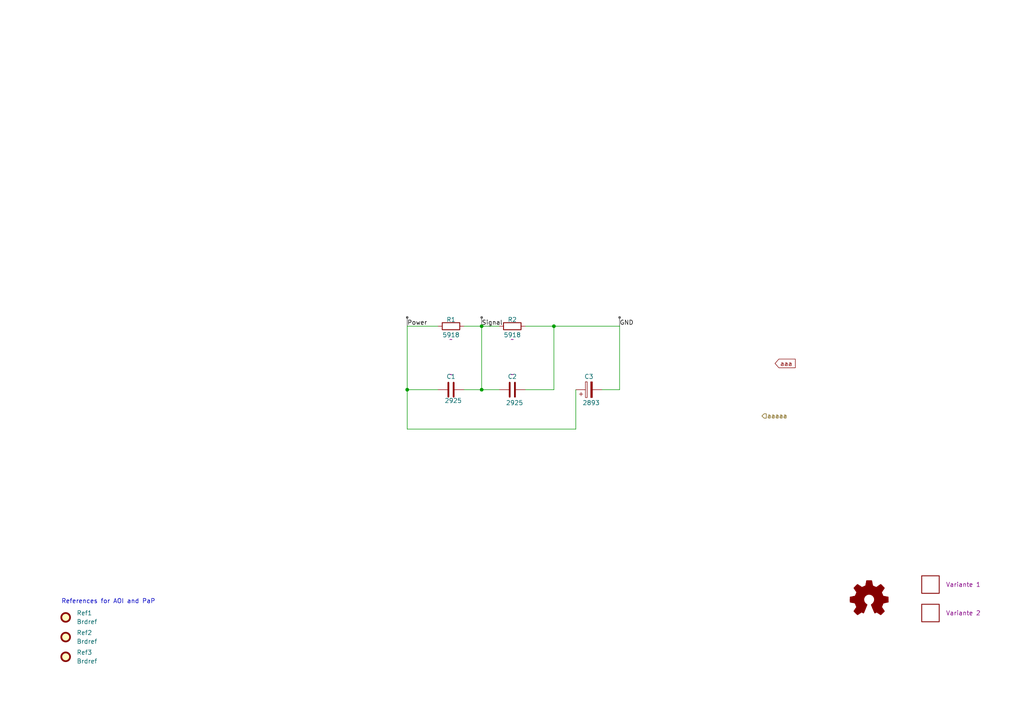
<source format=kicad_sch>
(kicad_sch (version 20250114) (generator "eeschema") (generator_version "9.0")
  (paper "A4")
  (title_block (title "Test") (date "YYYY-MM-DD") (rev "xgithash"))
  (lib_symbols
    (symbol "Checkbox:Checkbox" (pin_numbers (hide yes)) (pin_names (offset 0)) (in_bom no) (on_board no)
      (property "Value Component" "Variante 1" (at 3.81 0.0001 0))
      (symbol "Checkbox_0_1"
        (rectangle (start -2.54 2.54) (end 2.54 -2.54) (stroke (width 0.254)))
      )
    )
    (symbol "Device:C" (pin_numbers (hide yes)) (pin_names (offset 0.254))
      (property "Reference" "C" (at 0.635 2.54 0))
      (property "Value Component" "~" (at 5.08 0 0))
      (symbol "C_0_1"
        (polyline (pts (xy -2.032 0.762) (xy 2.032 0.762)) (stroke (width 0.508)))
        (polyline (pts (xy -2.032 -0.762) (xy 2.032 -0.762)) (stroke (width 0.508)))
      )
      (symbol "C_1_1"
        (pin passive line (at 0 3.81 270) (length 2.794) (name "~") (number "1"))
        (pin passive line (at 0 -3.81 90) (length 2.794) (name "~") (number "2"))
      )
    )
    (symbol "Device:CP" (pin_numbers (hide yes)) (pin_names (offset 0.254))
      (property "Reference" "C" (at 0.635 2.54 0))
      (property "Value" "CP" (at 0.635 -2.54 0))
      (symbol "CP_0_1"
        (rectangle (start -2.286 0.508) (end 2.286 1.016))
        (polyline (pts (xy -1.778 2.286) (xy -0.762 2.286)))
        (polyline (pts (xy -1.27 2.794) (xy -1.27 1.778)))
        (rectangle (start 2.286 -0.508) (end -2.286 -1.016) (fill (type outline)))
      )
      (symbol "CP_1_1"
        (pin passive line (at 0 3.81 270) (length 2.794) (name "~") (number "1"))
        (pin passive line (at 0 -3.81 90) (length 2.794) (name "~") (number "2"))
      )
    )
    (symbol "Device:R" (pin_numbers (hide yes)) (pin_names (offset 0))
      (property "Reference" "R" (at 0 2.54 0))
      (property "Value Component" "~" (at 0 -3.81 0))
      (symbol "R_0_1"
        (rectangle (start 2.54 -1.016) (end -2.54 1.016) (stroke (width 0.254)))
      )
      (symbol "R_1_1"
        (pin passive line (at -3.81 0 0) (length 1.27) (name "~") (number "1"))
        (pin passive line (at 3.81 0 180) (length 1.27) (name "~") (number "2"))
      )
    )
    (symbol "Graphic:Logo_Open_Hardware_Small" (pin_names (offset 1.016))
      (symbol "Logo_Open_Hardware_Small_0_1"
        (polyline (pts (xy 3.3528 -4.3434) (xy 3.302 -4.318) (xy 3.175 -4.2418) (xy 2.9972 -4.1148) (xy 2.7686 -3.9624) (xy 2.54 -3.81) (xy 2.3622 -3.7084) (xy 2.2352 -3.6068) (xy 2.1844 -3.5814) (xy 2.159 -3.6068) (xy 2.0574 -3.6576) (xy 1.905 -3.7338) (xy 1.8034 -3.7846) (xy 1.6764 -3.8354) (xy 1.6002 -3.8354) (xy 1.6002 -3.8354) (xy 1.5494 -3.7338) (xy 1.4732 -3.5306) (xy 1.3462 -3.302) (xy 1.2446 -3.0226) (xy 1.1176 -2.7178) (xy 0.9652 -2.413) (xy 0.8636 -2.1082) (xy 0.7366 -1.8288) (xy 0.6604 -1.6256) (xy 0.6096 -1.4732) (xy 0.5842 -1.397) (xy 0.5842 -1.397) (xy 0.6604 -1.3208) (xy 0.7874 -1.2446) (xy 1.0414 -1.016) (xy 1.2954 -0.6858) (xy 1.4478 -0.3302) (xy 1.524 0.0762) (xy 1.4732 0.4572) (xy 1.3208 0.8128) (xy 1.0668 1.143) (xy 0.762 1.3716) (xy 0.4064 1.524) (xy 0 1.5748) (xy -0.381 1.5494) (xy -0.7366 1.397) (xy -1.0668 1.143) (xy -1.2192 0.9906) (xy -1.397 0.6604) (xy -1.524 0.3048) (xy -1.524 0.2286) (xy -1.4986 -0.1778) (xy -1.397 -0.5334) (xy -1.1938 -0.8636) (xy -0.9144 -1.143) (xy -0.8636 -1.1684) (xy -0.7366 -1.27) (xy -0.635 -1.3462) (xy -0.5842 -1.397) (xy -1.0668 -2.5908) (xy -1.143 -2.794) (xy -1.2954 -3.1242) (xy -1.397 -3.4036) (xy -1.4986 -3.6322) (xy -1.5748 -3.7846) (xy -1.6002 -3.8354) (xy -1.6002 -3.8354) (xy -1.651 -3.8354) (xy -1.7272 -3.81) (xy -1.905 -3.7338) (xy -2.0066 -3.683) (xy -2.1336 -3.6068) (xy -2.2098 -3.5814) (xy -2.2606 -3.6068) (xy -2.3622 -3.683) (xy -2.54 -3.81) (xy -2.7686 -3.9624) (xy -2.9718 -4.0894) (xy -3.1496 -4.2164) (xy -3.302 -4.318) (xy -3.3528 -4.3434) (xy -3.3782 -4.3434) (xy -3.429 -4.318) (xy -3.5306 -4.2164) (xy -3.7084 -4.064) (xy -3.937 -3.8354) (xy -3.9624 -3.81) (xy -4.1656 -3.6068) (xy -4.318 -3.4544) (xy -4.4196 -3.3274) (xy -4.445 -3.2766) (xy -4.445 -3.2766) (xy -4.4196 -3.2258) (xy -4.318 -3.0734) (xy -4.2164 -2.8956) (xy -4.064 -2.667) (xy -3.6576 -2.0828) (xy -3.8862 -1.5494) (xy -3.937 -1.3716) (xy -4.0386 -1.1684) (xy -4.0894 -1.0414) (xy -4.1148 -0.9652) (xy -4.191 -0.9398) (xy -4.318 -0.9144) (xy -4.5466 -0.8636) (xy -4.8006 -0.8128) (xy -5.0546 -0.7874) (xy -5.2578 -0.7366) (xy -5.4356 -0.7112) (xy -5.5118 -0.6858) (xy -5.5118 -0.6858) (xy -5.5372 -0.635) (xy -5.5372 -0.5588) (xy -5.5372 -0.4318) (xy -5.5626 -0.2286) (xy -5.5626 0.0762) (xy -5.5626 0.127) (xy -5.5372 0.4064) (xy -5.5372 0.635) (xy -5.5372 0.762) (xy -5.5372 0.8382) (xy -5.5372 0.8382) (xy -5.461 0.8382) (xy -5.3086 0.889) (xy -5.08 0.9144) (xy -4.826 0.9652) (xy -4.8006 0.9906) (xy -4.5466 1.0414) (xy -4.318 1.0668) (xy -4.1656 1.1176) (xy -4.0894 1.143) (xy -4.0894 1.143) (xy -4.0386 1.2446) (xy -3.9624 1.4224) (xy -3.8608 1.6256) (xy -3.7846 1.8288) (xy -3.7084 2.0066) (xy -3.6576 2.159) (xy -3.6322 2.2098) (xy -3.6322 2.2098) (xy -3.683 2.286) (xy -3.7592 2.413) (xy -3.8862 2.5908) (xy -4.064 2.8194) (xy -4.064 2.8448) (xy -4.2164 3.0734) (xy -4.3434 3.2512) (xy -4.4196 3.3782) (xy -4.445 3.4544) (xy -4.445 3.4544) (xy -4.3942 3.5052) (xy -4.2926 3.6322) (xy -4.1148 3.81) (xy -3.937 4.0132) (xy -3.8608 4.064) (xy -3.6576 4.2926) (xy -3.5052 4.4196) (xy -3.4036 4.4958) (xy -3.3528 4.5212) (xy -3.3528 4.5212) (xy -3.302 4.4704) (xy -3.1496 4.3688) (xy -2.9718 4.2418) (xy -2.7432 4.0894) (xy -2.7178 4.0894) (xy -2.4892 3.937) (xy -2.3114 3.81) (xy -2.1844 3.7084) (xy -2.1336 3.683) (xy -2.1082 3.683) (xy -2.032 3.7084) (xy -1.8542 3.7592) (xy -1.6764 3.8354) (xy -1.4732 3.937) (xy -1.27 4.0132) (xy -1.143 4.064) (xy -1.0668 4.1148) (xy -1.0668 4.1148) (xy -1.0414 4.191) (xy -1.016 4.3434) (xy -0.9652 4.572) (xy -0.9144 4.8514) (xy -0.889 4.9022) (xy -0.8382 5.1562) (xy -0.8128 5.3848) (xy -0.7874 5.5372) (xy -0.762 5.588) (xy -0.7112 5.6134) (xy -0.5842 5.6134) (xy -0.4064 5.6134) (xy -0.1524 5.6134) (xy 0.0762 5.6134) (xy 0.3302 5.6134) (xy 0.5334 5.6134) (xy 0.6858 5.588) (xy 0.7366 5.588) (xy 0.7366 5.588) (xy 0.762 5.5118) (xy 0.8128 5.334) (xy 0.8382 5.1054) (xy 0.9144 4.826) (xy 0.9144 4.7752) (xy 0.9652 4.5212) (xy 1.016 4.2926) (xy 1.0414 4.1402) (xy 1.0668 4.0894) (xy 1.0668 4.0894) (xy 1.1938 4.0386) (xy 1.3716 3.9624) (xy 1.5748 3.8608) (xy 2.0828 3.6576) (xy 2.7178 4.0894) (xy 2.7686 4.1402) (xy 2.9972 4.2926) (xy 3.175 4.4196) (xy 3.302 4.4958) (xy 3.3782 4.5212) (xy 3.3782 4.5212) (xy 3.429 4.4704) (xy 3.556 4.3434) (xy 3.7338 4.191) (xy 3.9116 3.9878) (xy 4.064 3.8354) (xy 4.2418 3.6576) (xy 4.3434 3.556) (xy 4.4196 3.4798) (xy 4.4196 3.429) (xy 4.4196 3.4036) (xy 4.3942 3.3274) (xy 4.2926 3.2004) (xy 4.1656 2.9972) (xy 4.0132 2.794) (xy 3.8862 2.5908) (xy 3.7592 2.3876) (xy 3.6576 2.2352) (xy 3.6322 2.159) (xy 3.6322 2.1336) (xy 3.683 2.0066) (xy 3.7592 1.8288) (xy 3.8608 1.6002) (xy 4.064 1.1176) (xy 4.3942 1.0414) (xy 4.5974 1.016) (xy 4.8768 0.9652) (xy 5.1308 0.9144) (xy 5.5372 0.8382) (xy 5.5626 -0.6604) (xy 5.4864 -0.6858) (xy 5.4356 -0.6858) (xy 5.2832 -0.7366) (xy 5.0546 -0.762) (xy 4.8006 -0.8128) (xy 4.5974 -0.8636) (xy 4.3688 -0.9144) (xy 4.2164 -0.9398) (xy 4.1402 -0.9398) (xy 4.1148 -0.9652) (xy 4.064 -1.0668) (xy 3.9878 -1.2446) (xy 3.9116 -1.4478) (xy 3.81 -1.651) (xy 3.7338 -1.8542) (xy 3.683 -2.0066) (xy 3.6576 -2.0828) (xy 3.683 -2.1336) (xy 3.7846 -2.2606) (xy 3.8862 -2.4638) (xy 4.0386 -2.667) (xy 4.191 -2.8956) (xy 4.318 -3.0734) (xy 4.3942 -3.2004) (xy 4.445 -3.2766) (xy 4.4196 -3.3274) (xy 4.3434 -3.429) (xy 4.1656 -3.5814) (xy 3.937 -3.8354) (xy 3.8862 -3.8608) (xy 3.683 -4.064) (xy 3.5306 -4.2164) (xy 3.4036 -4.318) (xy 3.3528 -4.3434)) (fill (type outline)))
      )
    )
    (symbol "Mechanical:Fiducial"
      (property "Reference" "FID" (at 0 5.08 0))
      (property "Value" "Fiducial" (at 0 3.175 0))
      (symbol "Fiducial_0_1"
        (circle (center 0 0) (radius 1.27) (stroke (width 0.508)) (fill (type background)))
      )
    )
    (symbol "R_1" (pin_numbers (hide yes)) (pin_names (offset 0))
      (property "Reference" "R" (at 0 2.54 0))
      (property "Value Component" "~" (at 0 -3.81 0))
      (symbol "R_1_0_1"
        (rectangle (start 2.54 -1.016) (end -2.54 1.016) (stroke (width 0.254)))
      )
      (symbol "R_1_1_1"
        (pin passive line (at -3.81 0 0) (length 1.27) (name "~") (number "1"))
        (pin passive line (at 3.81 0 180) (length 1.27) (name "~") (number "2"))
      )
    )
  )
  (text "References for AOI and PaP" (at 17.78 175.26 0) (effects (font (size 1.27 1.27)) (justify left bottom)))
  (junction (at 118.11 113.03))
  (junction (at 139.7 113.03))
  (junction (at 160.655 94.615))
  (junction (at 139.7 94.615))
  (wire (pts (xy 160.655 113.03) (xy 160.655 94.615)))
  (wire (pts (xy 167.005 124.46) (xy 118.11 124.46)))
  (wire (pts (xy 134.62 113.03) (xy 139.7 113.03)))
  (wire (pts (xy 152.4 113.03) (xy 160.655 113.03)))
  (wire (pts (xy 174.625 113.03) (xy 179.705 113.03)))
  (wire (pts (xy 167.005 113.03) (xy 167.005 124.46)))
  (wire (pts (xy 179.705 94.615) (xy 179.705 113.03)))
  (wire (pts (xy 139.7 94.615) (xy 139.7 113.03)))
  (wire (pts (xy 118.11 124.46) (xy 118.11 113.03)))
  (wire (pts (xy 134.62 94.615) (xy 139.7 94.615)))
  (wire (pts (xy 139.7 113.03) (xy 144.78 113.03)))
  (wire (pts (xy 118.11 113.03) (xy 118.11 94.615)))
  (wire (pts (xy 127 113.03) (xy 118.11 113.03)))
  (wire (pts (xy 139.7 94.615) (xy 144.78 94.615)))
  (wire (pts (xy 118.11 94.615) (xy 127 94.615)))
  (wire (pts (xy 160.655 94.615) (xy 179.705 94.615)))
  (wire (pts (xy 152.4 94.615) (xy 160.655 94.615)))
  (label "Power" (at 118.11 94.615 0))
  (label "Signal" (at 139.7 94.615 0))
  (label "GND" (at 179.705 94.615 0))
  (global_label "aaa" (shape input) (at 224.79 105.41 0) (property "Intersheetrefs" "${INTERSHEET_REFS}" (effects (hide yes))))
  (hierarchical_label "aaaaa" (shape input) (at 220.98 120.65 0))
  (netclass_flag "" (length 2.54) (shape dot) (at 139.7 94.615 0) (property "Netclass" "Signal" (effects (hide yes))))
  (netclass_flag "" (length 2.54) (shape dot) (at 118.11 94.615 0) (property "Netclass" "Power" (effects (hide yes))))
  (netclass_flag "" (length 2.54) (shape dot) (at 179.705 94.615 0) (property "Netclass" "GND" (effects (hide yes))))
  (symbol (lib_name "R_1") (lib_id "Device:R") (at 130.81 94.615 0) (unit 1)
    (property "Reference" "R1" (at 130.81 92.71 0))
    (property "Value" "5918" (at 130.81 97.155 0))
    (property "Footprint" "Resistor_SMD:R_0805_2012Metric" (effects (hide yes)))
    (property "Description" "Resistor" (effects (hide yes)))
    (property "Config" "default,variant_1,variant_2" (effects (hide yes)))
    (property "Value Component" "~" (at 130.81 98.425 0))
    (property "variant_1:Value" "0 Ohm" (effects (hide yes)))
    (property "variant_2:Value" "50 Ohm" (effects (hide yes)))
  )
  (symbol (lib_id "Checkbox:Checkbox") (at 269.875 169.545 0) (unit 1) (in_bom no)
    (property "Reference" "Variant1" (effects (hide yes)))
    (property "Value" "Checkbox" (effects (hide yes)))
    (property "Footprint" "Symbol:Checkbox_Fab" (effects (hide yes)))
    (property "Description" "Checkbox" (effects (hide yes)))
    (property "Value Component" "Variante 1" (at 274.32 169.5449 0) (effects (justify left)))
    (property "Config" "-variante_1" (effects (hide yes)))
  )
  (symbol (lib_id "Graphic:Logo_Open_Hardware_Small") (at 252.095 173.99 0) (unit 1) (in_bom no)
    (property "Reference" "LOGO1" (effects (hide yes)))
    (property "Value" "Logo_Open_Hardware_Small" (effects (hide yes)))
    (property "Footprint" "Symbol:OSHW-Logo2_7.3x6mm_SilkScreen" (effects (hide yes)))
  )
  (symbol (lib_id "Device:C") (at 130.81 113.03 90) (unit 1)
    (property "Reference" "C1" (at 130.81 109.22 90))
    (property "Value" "2925" (at 133.985 116.205 90) (effects (justify left)))
    (property "Footprint" "Capacitor_SMD:C_0805_2012Metric" (effects (hide yes)))
    (property "Description" "Capacitator" (effects (hide yes)))
    (property "Value Component" "~" (at 130.81 108.585 90))
    (property "Config" "default,variant_1,variant_2" (effects (hide yes)))
    (property "variant_1:Value" "5892" (effects (hide yes)))
    (property "variant_2:Value" "5936" (effects (hide yes)))
  )
  (symbol (lib_id "Checkbox:Checkbox") (at 269.875 177.8 0) (unit 1) (in_bom no)
    (property "Reference" "Variant2" (effects (hide yes)))
    (property "Value" "Checkbox" (effects (hide yes)))
    (property "Footprint" "Symbol:Checkbox_Fab" (effects (hide yes)))
    (property "Description" "Checkbox" (effects (hide yes)))
    (property "Value Component" "Variante 2" (at 274.32 177.7999 0) (effects (justify left)))
    (property "Config" "-variante_2" (effects (hide yes)))
  )
  (symbol (lib_id "Mechanical:Fiducial") (at 19.05 179.07 0) (unit 1) (in_bom no)
    (property "Reference" "Ref1" (at 22.225 177.7999 0) (effects (justify left)))
    (property "Value" "Brdref" (at 22.225 180.3399 0) (effects (justify left)))
    (property "Footprint" "Fiducial:Fiducial_0.5mm_Mask1.5mm" (effects (hide yes)))
    (property "Description" "Marker" (effects (hide yes)))
    (property "Config" "default,variant_1,variant_2" (effects (hide yes)))
  )
  (symbol (lib_id "Device:R") (at 148.59 94.615 0) (unit 1)
    (property "Reference" "R2" (at 148.59 92.71 0))
    (property "Value" "5918" (at 148.59 97.155 0))
    (property "Footprint" "Resistor_SMD:R_0805_2012Metric" (effects (hide yes)))
    (property "Description" "Resistor" (effects (hide yes)))
    (property "Config" "default,variant_1,variant_2" (effects (hide yes)))
    (property "variant_2:Value" "0 Ohm" (effects (hide yes)))
    (property "Value Component" "~" (at 148.59 98.425 0))
    (property "variant_1:Value" "50 Ohm" (effects (hide yes)))
  )
  (symbol (lib_id "Mechanical:Fiducial") (at 19.05 184.785 0) (unit 1) (in_bom no)
    (property "Reference" "Ref2" (at 22.225 183.5149 0) (effects (justify left)))
    (property "Value" "Brdref" (at 22.225 186.0549 0) (effects (justify left)))
    (property "Footprint" "Fiducial:Fiducial_0.5mm_Mask1.5mm" (effects (hide yes)))
    (property "Description" "Marker" (effects (hide yes)))
    (property "Config" "default,variant_1,variant_2" (effects (hide yes)))
  )
  (symbol (lib_id "Mechanical:Fiducial") (at 19.05 190.5 0) (unit 1) (in_bom no)
    (property "Reference" "Ref3" (at 22.225 189.2299 0) (effects (justify left)))
    (property "Value" "Brdref" (at 22.225 191.7699 0) (effects (justify left)))
    (property "Footprint" "Fiducial:Fiducial_0.5mm_Mask1.5mm" (effects (hide yes)))
    (property "Description" "Marker" (effects (hide yes)))
    (property "Config" "default,variant_1,variant_2" (effects (hide yes)))
  )
  (symbol (lib_id "Device:CP") (at 170.815 113.03 90) (unit 1)
    (property "Reference" "C3" (at 170.815 109.22 90))
    (property "Value" "2893" (at 173.99 116.84 90) (effects (justify left)))
    (property "Footprint" "Capacitor_Tantalum_SMD:CP_EIA-6032-28_Kemet-C" (effects (hide yes)))
    (property "Description" "Capacitator" (effects (hide yes)))
    (property "Config" "default,-variant_1,-variant_2" (effects (hide yes)))
  )
  (symbol (lib_id "Device:C") (at 148.59 113.03 90) (unit 1)
    (property "Reference" "C2" (at 148.59 109.22 90))
    (property "Value" "2925" (at 151.765 116.84 90) (effects (justify left)))
    (property "Footprint" "Capacitor_SMD:C_0805_2012Metric" (effects (hide yes)))
    (property "Description" "Capacitator" (effects (hide yes)))
    (property "Value Component" "~" (at 148.59 108.585 90))
    (property "Config" "default,variant_1,variant_2" (effects (hide yes)))
    (property "variant_1:Value" "5892" (effects (hide yes)))
    (property "variant_2:Value" "5936" (effects (hide yes)))
  )
)
</source>
